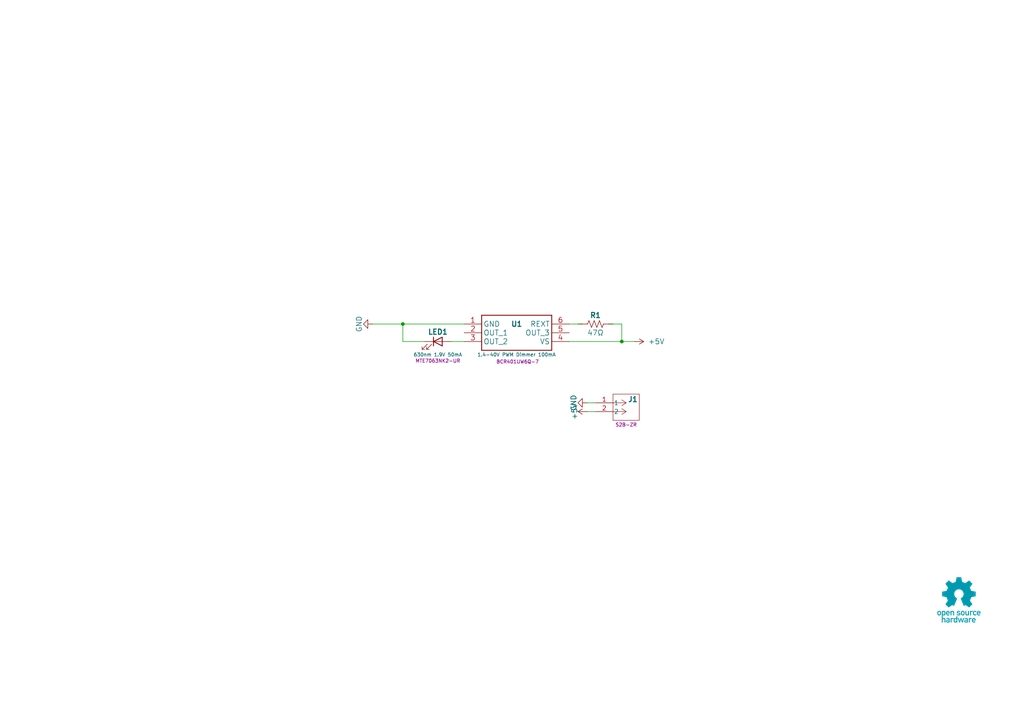
<source format=kicad_sch>
(kicad_sch (version 20250114) (generator "eeschema") (generator_version "9.0")
  (paper "A4")
  (title_block (title "${PROJ_TITLE}") (date "2025-11-12") (rev "${PROJ_REV}") (comment 1 "https://creativecommons.org/licenses/by-sa/4.0/") (comment 2 "Released under the Creative Commons Share-Alike 4.0 License") (comment 3 "Designed by ${PROJ_AUTHOR}"))
  (lib_symbols
    (symbol "symbols:+5V" (power) (pin_numbers (hide yes)) (pin_names (offset 0) (hide yes))
      (property "Value" "+5V" (at 0 3.556 0))
      (symbol "+5V_0_1"
        (polyline (pts (xy -0.762 1.27) (xy 0 2.54)))
        (polyline (pts (xy 0 2.54) (xy 0.762 1.27)))
        (polyline (pts (xy 0 0) (xy 0 2.54)))
      )
      (symbol "+5V_1_1"
        (pin power_in line (at 0 0 90) (length 0) (name "~") (number "1"))
      )
    )
    (symbol "symbols:GND" (power) (pin_numbers (hide yes)) (pin_names (offset 0) (hide yes))
      (property "Value" "GND" (at 0 -3.81 0))
      (symbol "GND_0_1"
        (polyline (pts (xy 0 0) (xy 0 -1.27) (xy 1.27 -1.27) (xy 0 -2.54) (xy -1.27 -1.27) (xy 0 -1.27)))
      )
      (symbol "GND_1_1"
        (pin power_in line (at 0 0 270) (length 0) (name "~") (number "1"))
      )
    )
    (symbol "symbols:JST ZH 2POS RA" (pin_names (offset 0.254))
      (property "Reference" "J" (at 12.446 1.016 0))
      (property "MPN" "S2B-ZR" (at 8.89 -6.35 0))
      (symbol "JST ZH 2POS RA_1_1"
        (polyline (pts (xy 5.08 2.54) (xy 5.08 -5.08)) (stroke (width 0.127)))
        (polyline (pts (xy 5.08 -5.08) (xy 12.7 -5.08)) (stroke (width 0.127)))
        (polyline (pts (xy 8.89 0) (xy 5.08 0)) (stroke (width 0.127)))
        (polyline (pts (xy 8.89 0) (xy 7.62 0.8467)) (stroke (width 0.127)))
        (polyline (pts (xy 8.89 0) (xy 7.62 -0.8467)) (stroke (width 0.127)))
        (polyline (pts (xy 8.89 -2.54) (xy 5.08 -2.54)) (stroke (width 0.127)))
        (polyline (pts (xy 8.89 -2.54) (xy 7.62 -1.6933)) (stroke (width 0.127)))
        (polyline (pts (xy 8.89 -2.54) (xy 7.62 -3.3867)) (stroke (width 0.127)))
        (polyline (pts (xy 12.7 2.54) (xy 5.08 2.54)) (stroke (width 0.127)))
        (polyline (pts (xy 12.7 -5.08) (xy 12.7 2.54)) (stroke (width 0.127)))
        (pin unspecified line (at 0 0 0) (length 5.08) (name "1") (number "1"))
        (pin unspecified line (at 0 -2.54 0) (length 5.08) (name "2") (number "2"))
      )
      (symbol "JST ZH 2POS RA_1_2"
        (polyline (pts (xy 5.08 2.54) (xy 5.08 -5.08)) (stroke (width 0.127)))
        (polyline (pts (xy 5.08 -5.08) (xy 12.7 -5.08)) (stroke (width 0.127)))
        (polyline (pts (xy 7.62 0) (xy 5.08 0)) (stroke (width 0.127)))
        (polyline (pts (xy 7.62 0) (xy 8.89 0.8467)) (stroke (width 0.127)))
        (polyline (pts (xy 7.62 0) (xy 8.89 -0.8467)) (stroke (width 0.127)))
        (polyline (pts (xy 7.62 -2.54) (xy 5.08 -2.54)) (stroke (width 0.127)))
        (polyline (pts (xy 7.62 -2.54) (xy 8.89 -1.6933)) (stroke (width 0.127)))
        (polyline (pts (xy 7.62 -2.54) (xy 8.89 -3.3867)) (stroke (width 0.127)))
        (polyline (pts (xy 12.7 2.54) (xy 5.08 2.54)) (stroke (width 0.127)))
        (polyline (pts (xy 12.7 -5.08) (xy 12.7 2.54)) (stroke (width 0.127)))
        (pin unspecified line (at 0 0 0) (length 5.08) (name "1") (number "1"))
        (pin unspecified line (at 0 -2.54 0) (length 5.08) (name "2") (number "2"))
      )
    )
    (symbol "symbols:LED_MTE7063NK2-UR" (pin_numbers (hide yes)) (pin_names (offset 1.016) (hide yes))
      (property "Reference" "LED" (at 0 2.794 0))
      (property "Value" "630nm 1.9V 50mA" (at 0 -3.81 0))
      (property "MPN" "MTE7063NK2-UR" (at 0 -5.588 0))
      (symbol "LED_MTE7063NK2-UR_0_1"
        (polyline (pts (xy -3.048 -0.762) (xy -4.572 -2.286) (xy -3.81 -2.286) (xy -4.572 -2.286) (xy -4.572 -1.524)))
        (polyline (pts (xy -1.778 -0.762) (xy -3.302 -2.286) (xy -2.54 -2.286) (xy -3.302 -2.286) (xy -3.302 -1.524)))
        (polyline (pts (xy -1.27 0) (xy 1.27 0)))
        (polyline (pts (xy -1.27 -1.27) (xy -1.27 1.27)) (stroke (width 0.254)))
        (polyline (pts (xy 1.27 -1.27) (xy 1.27 1.27) (xy -1.27 0) (xy 1.27 -1.27)) (stroke (width 0.254)))
      )
      (symbol "LED_MTE7063NK2-UR_1_1"
        (pin passive line (at -3.81 0 0) (length 2.54) (name "K") (number "1"))
        (pin passive line (at 3.81 0 180) (length 2.54) (name "A") (number "2"))
      )
    )
    (symbol "symbols:LED_driver_BCR401UW6Q-7"
      (property "Reference" "U" (at 15.24 0 0))
      (property "Value" "1.4-40V PWM Dimmer 100mA" (at 3.81 -8.89 0))
      (property "MPN" "BCR401UW6Q-7" (at 15.494 -10.922 0))
      (symbol "LED_driver_BCR401UW6Q-7_1_0"
        (polyline (pts (xy 5.08 2.54) (xy 5.08 -7.62)) (stroke (width 0.254)))
        (polyline (pts (xy 5.08 2.54) (xy 25.4 2.54)) (stroke (width 0.254)))
        (polyline (pts (xy 25.4 -7.62) (xy 5.08 -7.62)) (stroke (width 0.254)))
        (polyline (pts (xy 25.4 -7.62) (xy 25.4 2.54)) (stroke (width 0.254)))
        (pin bidirectional line (at 0 0 0) (length 5.08) (name "GND") (number "1"))
        (pin bidirectional line (at 0 -2.54 0) (length 5.08) (name "OUT_1") (number "2"))
        (pin bidirectional line (at 0 -5.08 0) (length 5.08) (name "OUT_2") (number "3"))
        (pin bidirectional line (at 30.48 0 180) (length 5.08) (name "REXT") (number "6"))
        (pin bidirectional line (at 30.48 -2.54 180) (length 5.08) (name "OUT_3") (number "5"))
        (pin bidirectional line (at 30.48 -5.08 180) (length 5.08) (name "VS") (number "4"))
      )
    )
    (symbol "symbols:R_US" (pin_numbers (hide yes)) (pin_names (offset 0))
      (property "Reference" "R" (at 0 -2.54 0))
      (property "Value" "Ω" (at 0 2.54 0))
      (symbol "R_US_0_1"
        (polyline (pts (xy -2.286 0) (xy -3.81 0)))
        (polyline (pts (xy -0.762 0) (xy -1.143 -1.016) (xy -1.524 0) (xy -1.905 1.016) (xy -2.286 0)))
        (polyline (pts (xy 0.762 0) (xy 0.381 -1.016) (xy 0 0) (xy -0.381 1.016) (xy -0.762 0)))
        (polyline (pts (xy 2.286 0) (xy 3.81 0)))
        (polyline (pts (xy 2.286 0) (xy 1.905 -1.016) (xy 1.524 0) (xy 1.143 1.016) (xy 0.762 0)))
      )
      (symbol "R_US_1_1"
        (pin passive line (at -5.08 0 0) (length 1.27) (name "~") (number "2"))
        (pin passive line (at 5.08 0 180) (length 1.27) (name "~") (number "1"))
      )
    )
  )
  (junction (at 116.84 93.98))
  (junction (at 180.34 99.06))
  (wire (pts (xy 134.62 93.98) (xy 116.84 93.98)) (stroke (width 0.1524)))
  (wire (pts (xy 172.72 119.38) (xy 170.18 119.38)) (stroke (width 0.1524)))
  (wire (pts (xy 180.34 93.98) (xy 180.34 99.06)) (stroke (width 0.1524)))
  (wire (pts (xy 123.19 99.06) (xy 116.84 99.06)) (stroke (width 0.1524)))
  (wire (pts (xy 172.72 116.84) (xy 170.18 116.84)) (stroke (width 0.1524)))
  (wire (pts (xy 130.81 99.06) (xy 134.62 99.06)) (stroke (width 0.1524)))
  (wire (pts (xy 176.53 93.98) (xy 180.34 93.98)) (stroke (width 0.1524)))
  (wire (pts (xy 165.1 93.98) (xy 168.91 93.98)) (stroke (width 0.1524)))
  (wire (pts (xy 116.84 99.06) (xy 116.84 93.98)) (stroke (width 0.1524)))
  (wire (pts (xy 180.34 99.06) (xy 184.15 99.06)) (stroke (width 0.1524)))
  (wire (pts (xy 165.1 99.06) (xy 180.34 99.06)))
  (wire (pts (xy 116.84 93.98) (xy 107.95 93.98)) (stroke (width 0.1524)))
  (image (at 278.13 173.99) (scale 0.05))
  (symbol (lib_id "symbols:R_US") (at 172.72 93.98 180) (unit 1)
    (property "Reference" "R1" (at 172.72 91.44 0) (effects (font (size 1.5 1.5) (thickness 0.3) (bold yes))))
    (property "Value" "47Ω" (at 172.72 96.52 0) (effects (font (size 1.5 1.5))))
    (property "Footprint" "footprints:R_1206" (effects (hide yes)))
    (property "Description" "Resistor, US symbol" (effects (hide yes)))
  )
  (symbol (lib_id "symbols:JST ZH 2POS RA") (at 172.72 116.84 0) (unit 1)
    (property "Reference" "J1" (at 185.166 115.824 0) (effects (font (size 1.5 1.5) (thickness 0.3048) (bold yes)) (justify right)))
    (property "Value" "CONN HEADER R/A 2POS 1.5MM" (effects (hide yes)))
    (property "Footprint" "footprints:JST_ZH_2POS_RA" (effects (hide yes)))
    (property "Datasheet" "https://www.jst-mfg.com/product/pdf/eng/eZH.pdf" (effects (hide yes)))
    (property "Description" "Connector Header Through Hole, Right Angle 2 position 0.059\" (1.50mm)" (effects (hide yes)))
    (property "DigiKey" "455-1669-ND" (effects (hide yes)))
    (property "DigiKeyURL" "https://www.digikey.com/en/products/detail/jst-sales-america-inc/S2B-ZR/926576" (effects (hide yes)))
    (property "MPN" "S2B-ZR" (at 181.61 123.19 0) (effects (font (size 1 1))))
  )
  (symbol (lib_id "symbols:LED_MTE7063NK2-UR") (at 127 99.06 0) (unit 1)
    (property "Reference" "LED1" (at 127 96.266 0) (effects (font (size 1.5 1.5) (thickness 0.3) (bold yes))))
    (property "Value" "630nm 1.9V 50mA" (at 127 102.87 0) (effects (font (size 1 1))))
    (property "Footprint" "footprints:TO-46-2" (effects (hide yes)))
    (property "Datasheet" "https://specs.marktechopto.com/pdf/products/datasheet/MTE7063NK2-UR.pdf" (effects (hide yes)))
    (property "Description" "Visible Emitter 630nm 1.9V 50mA 5° TO-46-2 Lens Top Metal Can" (effects (hide yes)))
    (property "Sim.Pins" "1=K 2=A" (effects (hide yes)))
    (property "DigiKey" "1125-1382-ND" (effects (hide yes)))
    (property "URL" "https://www.digikey.com/en/products/detail/marktech-optoelectronics/MTE7063NK2-UR/6817919" (effects (hide yes)))
    (property "MPN" "MTE7063NK2-UR" (at 127 104.648 0) (effects (font (size 1 1))))
    (property "DigiKeyURL" "https://www.digikey.com/en/products/detail/marktech-optoelectronics/MTE7063NK2-UR/6817919" (effects (hide yes)))
  )
  (symbol (lib_id "symbols:GND") (at 170.18 116.84 270) (unit 1)
    (property "Reference" "#PWR02" (effects (hide yes)))
    (property "Value" "GND" (at 166.37 116.84 0) (effects (font (size 1.5 1.5))))
    (property "Description" "Power symbol creates a global label with name \"GND\" , ground" (effects (hide yes)))
  )
  (symbol (lib_id "symbols:+5V") (at 170.18 119.38 90) (unit 1)
    (property "Reference" "#PWR03" (effects (hide yes)))
    (property "Value" "+5V" (at 166.624 119.38 0) (effects (font (size 1.5 1.5))))
    (property "Description" "Power symbol creates a global label with name \"+5V\"" (effects (hide yes)))
  )
  (symbol (lib_id "symbols:LED_driver_BCR401UW6Q-7") (at 134.62 93.98 0) (unit 1)
    (property "Reference" "U1" (at 149.86 93.98 0) (effects (font (size 1.5 1.5) (thickness 0.3) (bold yes))))
    (property "Value" "1.4-40V PWM Dimmer 100mA" (at 138.43 102.87 0) (effects (font (size 1 1)) (justify left)))
    (property "Footprint" "footprints:SOT-23-6" (effects (hide yes)))
    (property "Datasheet" "https://www.diodes.com/datasheet/download/BCR401UW6Q.pdf" (effects (hide yes)))
    (property "Description" "LED Driver IC 1 Output Linear PWM Dimming 100mA SOT-26" (effects (hide yes)))
    (property "DigiKey" "BCR401UW6Q-7DICT-ND" (effects (hide yes)))
    (property "URL" "https://www.digikey.com/en/products/detail/diodes-incorporated/BCR401UW6Q-7/7352843" (effects (hide yes)))
    (property "MPN" "BCR401UW6Q-7" (at 150.114 104.902 0) (effects (font (size 1 1))))
    (property "DigiKeyURL" "https://www.digikey.com/en/products/detail/diodes-incorporated/BCR401UW6Q-7/7352843" (effects (hide yes)))
  )
  (symbol (lib_id "symbols:GND") (at 107.95 93.98 270) (unit 1)
    (property "Reference" "#PWR01" (effects (hide yes)))
    (property "Value" "GND" (at 104.14 93.98 0) (effects (font (size 1.5 1.5))))
    (property "Description" "Power symbol creates a global label with name \"GND\" , ground" (effects (hide yes)))
  )
  (symbol (lib_id "symbols:+5V") (at 184.15 99.06 270) (unit 1)
    (property "Reference" "#PWR04" (effects (hide yes)))
    (property "Value" "+5V" (at 187.96 99.06 90) (effects (font (size 1.5 1.5)) (justify left)))
    (property "Description" "Power symbol creates a global label with name \"+5V\"" (effects (hide yes)))
  )
)
</source>
